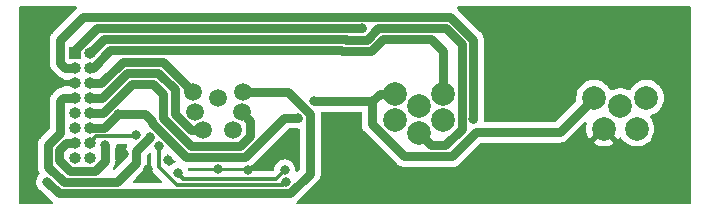
<source format=gbr>
%TF.GenerationSoftware,KiCad,Pcbnew,7.0.10*%
%TF.CreationDate,2025-03-26T19:50:04+01:00*%
%TF.ProjectId,ConnectorInterfaceBoard,436f6e6e-6563-4746-9f72-496e74657266,rev?*%
%TF.SameCoordinates,Original*%
%TF.FileFunction,Copper,L1,Top*%
%TF.FilePolarity,Positive*%
%FSLAX46Y46*%
G04 Gerber Fmt 4.6, Leading zero omitted, Abs format (unit mm)*
G04 Created by KiCad (PCBNEW 7.0.10) date 2025-03-26 19:50:04*
%MOMM*%
%LPD*%
G01*
G04 APERTURE LIST*
%TA.AperFunction,ComponentPad*%
%ADD10R,1.000000X1.000000*%
%TD*%
%TA.AperFunction,ComponentPad*%
%ADD11O,1.000000X1.000000*%
%TD*%
%TA.AperFunction,ComponentPad*%
%ADD12C,1.520000*%
%TD*%
%TA.AperFunction,ComponentPad*%
%ADD13C,2.000000*%
%TD*%
%TA.AperFunction,ViaPad*%
%ADD14C,0.800000*%
%TD*%
%TA.AperFunction,Conductor*%
%ADD15C,0.750000*%
%TD*%
%TA.AperFunction,Conductor*%
%ADD16C,0.300000*%
%TD*%
G04 APERTURE END LIST*
D10*
%TO.P,J4,1,Pin_1*%
%TO.N,Analog0_In*%
X16713200Y-15875000D03*
D11*
%TO.P,J4,2,Pin_2*%
%TO.N,Analog1_In*%
X17983200Y-15875000D03*
%TO.P,J4,3,Pin_3*%
%TO.N,Analog2_In*%
X16713200Y-17145000D03*
%TO.P,J4,4,Pin_4*%
%TO.N,Analog3_In*%
X17983200Y-17145000D03*
%TO.P,J4,5,Pin_5*%
%TO.N,GND*%
X16713200Y-18415000D03*
%TO.P,J4,6,Pin_6*%
%TO.N,GPIO1_out{slash}in*%
X17983200Y-18415000D03*
%TO.P,J4,7,Pin_7*%
%TO.N,GPIO2_out{slash}in*%
X16713200Y-19685000D03*
%TO.P,J4,8,Pin_8*%
%TO.N,GPIO3_out{slash}in*%
X17983200Y-19685000D03*
%TO.P,J4,9,Pin_9*%
%TO.N,GPIO4_out{slash}in*%
X16713200Y-20955000D03*
%TO.P,J4,10,Pin_10*%
%TO.N,GPIO5_out{slash}in*%
X17983200Y-20955000D03*
%TO.P,J4,11,Pin_11*%
%TO.N,GPIO6_out{slash}in*%
X16713200Y-22225000D03*
%TO.P,J4,12,Pin_12*%
%TO.N,+BATT*%
X17983200Y-22225000D03*
%TO.P,J4,13,Pin_13*%
X16713200Y-23495000D03*
%TO.P,J4,14,Pin_14*%
%TO.N,CAN1_P*%
X17983200Y-23495000D03*
%TO.P,J4,15,Pin_15*%
%TO.N,CAN1_N*%
X16713200Y-24765000D03*
%TO.P,J4,16,Pin_16*%
%TO.N,GND*%
X17983200Y-24765000D03*
%TD*%
D12*
%TO.P,J1,1,Pin_1*%
%TO.N,GPIO1_out{slash}in*%
X26695400Y-19177000D03*
%TO.P,J1,2,Pin_2*%
%TO.N,GPIO2_out{slash}in*%
X26847800Y-20878800D03*
%TO.P,J1,3,Pin_3*%
%TO.N,GPIO3_out{slash}in*%
X27559000Y-22453600D03*
%TO.P,J1,4,Pin_4*%
%TO.N,GPIO4_out{slash}in*%
X30099000Y-22453600D03*
%TO.P,J1,5,Pin_5*%
%TO.N,GPIO5_out{slash}in*%
X30810200Y-20878800D03*
%TO.P,J1,6,Pin_6*%
%TO.N,GPIO6_out{slash}in*%
X30962600Y-19177000D03*
%TO.P,J1,7,Pin_7*%
%TO.N,GND*%
X28829000Y-19685000D03*
%TD*%
D13*
%TO.P,J3,1,Pin_1*%
%TO.N,+BATT*%
X60655200Y-19685000D03*
%TO.P,J3,2,Pin_2*%
%TO.N,GND*%
X61468000Y-22301200D03*
%TO.P,J3,3,Pin_3*%
%TO.N,CAN1_N*%
X64262000Y-22301200D03*
%TO.P,J3,4,Pin_4*%
%TO.N,CAN1_P*%
X65074800Y-19685000D03*
%TO.P,J3,5,Pin_5*%
%TO.N,GND*%
X62865000Y-20370800D03*
%TD*%
%TO.P,J2,1,Pin_1*%
%TO.N,+BATT*%
X43764200Y-19354800D03*
%TO.P,J2,2,Pin_2*%
%TO.N,Analog0_In*%
X43764200Y-21615400D03*
%TO.P,J2,3,Pin_3*%
%TO.N,Analog1_In*%
X45821600Y-22707600D03*
%TO.P,J2,4,Pin_4*%
%TO.N,Analog2_In*%
X47879000Y-21615400D03*
%TO.P,J2,5,Pin_5*%
%TO.N,Analog3_In*%
X47879000Y-19354800D03*
%TO.P,J2,6,Pin_6*%
%TO.N,GND*%
X45821600Y-20396200D03*
%TD*%
D14*
%TO.N,GPIO2_out{slash}in*%
X23065310Y-23036006D03*
%TO.N,GPIO6_out{slash}in*%
X14332046Y-26813404D03*
%TO.N,GND*%
X20828000Y-24485600D03*
X22910800Y-25755600D03*
X14579600Y-18389600D03*
X24587200Y-24993600D03*
X28803600Y-25755600D03*
X31343600Y-25806400D03*
%TO.N,+BATT*%
X19259567Y-23711600D03*
X35602270Y-21385530D03*
X20332926Y-21094920D03*
X36961521Y-19987062D03*
%TO.N,Analog0_In*%
X40995600Y-13802000D03*
%TO.N,Analog2_In*%
X50429000Y-21463000D03*
%TO.N,CAN1_N*%
X25400000Y-26084000D03*
X34463181Y-25815581D03*
%TO.N,CAN1_P*%
X34540370Y-26812600D03*
X23814451Y-23785148D03*
X21862545Y-22859911D03*
%TD*%
D15*
%TO.N,GPIO1_out{slash}in*%
X26675767Y-19177000D02*
X26695400Y-19177000D01*
X18946982Y-18415000D02*
X20734982Y-16627000D01*
X20734982Y-16627000D02*
X24125767Y-16627000D01*
X17983200Y-18415000D02*
X18946982Y-18415000D01*
X24125767Y-16627000D02*
X26675767Y-19177000D01*
%TO.N,GPIO2_out{slash}in*%
X15443200Y-19964400D02*
X15722600Y-19685000D01*
X23065310Y-23036006D02*
X21894800Y-24206516D01*
X14442400Y-25544898D02*
X14442400Y-23685698D01*
X15735102Y-26837600D02*
X14442400Y-25544898D01*
X15443200Y-22684898D02*
X15443200Y-19964400D01*
X21894800Y-24206516D02*
X21894800Y-25196800D01*
X14442400Y-23685698D02*
X15443200Y-22684898D01*
X21894800Y-25196800D02*
X20254000Y-26837600D01*
X20254000Y-26837600D02*
X15735102Y-26837600D01*
X15722600Y-19685000D02*
X16713200Y-19685000D01*
%TO.N,GPIO3_out{slash}in*%
X17983200Y-19685000D02*
X19020484Y-19685000D01*
X25146000Y-18990735D02*
X25146000Y-21050833D01*
X25146000Y-21050833D02*
X26548767Y-22453600D01*
X19020484Y-19685000D02*
X21128484Y-17577000D01*
X26548767Y-22453600D02*
X27559000Y-22453600D01*
X23732265Y-17577000D02*
X25146000Y-18990735D01*
X21128484Y-17577000D02*
X23732265Y-17577000D01*
%TO.N,GPIO5_out{slash}in*%
X17983200Y-20955000D02*
X19093986Y-20955000D01*
X24196000Y-19384237D02*
X24196000Y-21444335D01*
X23338763Y-18527000D02*
X24196000Y-19384237D01*
X31560200Y-22922800D02*
X31560200Y-21628800D01*
X24196000Y-21444335D02*
X26530265Y-23778600D01*
X26530265Y-23778600D02*
X30704400Y-23778600D01*
X30704400Y-23778600D02*
X31560200Y-22922800D01*
X21521986Y-18527000D02*
X23338763Y-18527000D01*
X19093986Y-20955000D02*
X21521986Y-18527000D01*
X31560200Y-21628800D02*
X30810200Y-20878800D01*
%TO.N,GPIO6_out{slash}in*%
X34772600Y-19177000D02*
X30962600Y-19177000D01*
X36626800Y-26111200D02*
X36626800Y-21031200D01*
X15341600Y-27787600D02*
X34950400Y-27787600D01*
X36626800Y-21031200D02*
X34772600Y-19177000D01*
X14332046Y-26813404D02*
X14367404Y-26813404D01*
X14367404Y-26813404D02*
X15341600Y-27787600D01*
X34950400Y-27787600D02*
X36626800Y-26111200D01*
%TO.N,+BATT*%
X20332926Y-21094920D02*
X22669720Y-21094920D01*
X20332926Y-21094920D02*
X19202846Y-22225000D01*
X23246000Y-21671200D02*
X23246000Y-21837837D01*
X34440972Y-21385530D02*
X35602270Y-21385530D01*
X19259567Y-23711600D02*
X19259567Y-25008913D01*
X50698400Y-22606000D02*
X57734200Y-22606000D01*
X41859200Y-20015200D02*
X41859200Y-21937787D01*
X41831062Y-19987062D02*
X41859200Y-20015200D01*
X23246000Y-21837837D02*
X26136763Y-24728600D01*
X22669720Y-21094920D02*
X23246000Y-21671200D01*
X44579013Y-24657600D02*
X48646800Y-24657600D01*
X16306800Y-25887600D02*
X15392400Y-24973200D01*
X15976600Y-23495000D02*
X16713200Y-23495000D01*
X31097902Y-24728600D02*
X34440972Y-21385530D01*
X36961521Y-19987062D02*
X41831062Y-19987062D01*
X48646800Y-24657600D02*
X50698400Y-22606000D01*
X18380880Y-25887600D02*
X16306800Y-25887600D01*
X19202846Y-22225000D02*
X17983200Y-22225000D01*
X41859200Y-21937787D02*
X44579013Y-24657600D01*
X57734200Y-22606000D02*
X60655200Y-19685000D01*
X19259567Y-25008913D02*
X18380880Y-25887600D01*
X15392400Y-24079200D02*
X15976600Y-23495000D01*
X15392400Y-24973200D02*
X15392400Y-24079200D01*
X42491462Y-19354800D02*
X41859200Y-19987062D01*
X26136763Y-24728600D02*
X31097902Y-24728600D01*
X41859200Y-19987062D02*
X41859200Y-20015200D01*
X43764200Y-19354800D02*
X42491462Y-19354800D01*
%TO.N,Analog0_In*%
X18560920Y-13777000D02*
X16713200Y-15624720D01*
X16713200Y-15624720D02*
X16713200Y-15875000D01*
X40995600Y-13802000D02*
X40970600Y-13777000D01*
X40970600Y-13777000D02*
X18560920Y-13777000D01*
%TO.N,Analog1_In*%
X39681498Y-14777000D02*
X41399459Y-14777000D01*
X17983200Y-15875000D02*
X19131200Y-14727000D01*
X48047400Y-23707600D02*
X46821600Y-23707600D01*
X39631498Y-14727000D02*
X39681498Y-14777000D01*
X42399459Y-13777000D02*
X48095098Y-13777000D01*
X48095098Y-13777000D02*
X49454000Y-15135902D01*
X41399459Y-14777000D02*
X42399459Y-13777000D01*
X49454000Y-22301000D02*
X48047400Y-23707600D01*
X19131200Y-14727000D02*
X39631498Y-14727000D01*
X49454000Y-15135902D02*
X49454000Y-22301000D01*
X46821600Y-23707600D02*
X45821600Y-22707600D01*
%TO.N,Analog2_In*%
X50429000Y-14767400D02*
X50429000Y-21463000D01*
X15443200Y-16755000D02*
X15443200Y-14795500D01*
X48488600Y-12827000D02*
X50429000Y-14767400D01*
X17411700Y-12827000D02*
X48488600Y-12827000D01*
X15833200Y-17145000D02*
X15443200Y-16755000D01*
X16713200Y-17145000D02*
X15833200Y-17145000D01*
X15443200Y-14795500D02*
X17411700Y-12827000D01*
%TO.N,Analog3_In*%
X46883400Y-14727000D02*
X47879000Y-15722600D01*
X19701480Y-15677000D02*
X39237995Y-15677000D01*
X47879000Y-15722600D02*
X47879000Y-19354800D01*
X41792961Y-15727000D02*
X42792961Y-14727000D01*
X39287995Y-15727000D02*
X41792961Y-15727000D01*
X17983200Y-17145000D02*
X18233480Y-17145000D01*
X18233480Y-17145000D02*
X19701480Y-15677000D01*
X39237995Y-15677000D02*
X39287995Y-15727000D01*
X42792961Y-14727000D02*
X46883400Y-14727000D01*
D16*
%TO.N,CAN1_N*%
X25878600Y-26562600D02*
X25400000Y-26084000D01*
X33716162Y-26562600D02*
X25878600Y-26562600D01*
X34463181Y-25815581D02*
X33716162Y-26562600D01*
%TO.N,CAN1_P*%
X23814451Y-23785148D02*
X23814451Y-25559112D01*
X25317939Y-27062600D02*
X34290370Y-27062600D01*
X34290370Y-27062600D02*
X34540370Y-26812600D01*
X18516600Y-22961600D02*
X17983200Y-23495000D01*
X21760856Y-22961600D02*
X18516600Y-22961600D01*
X23814451Y-25559112D02*
X25317939Y-27062600D01*
X21862545Y-22859911D02*
X21760856Y-22961600D01*
%TD*%
%TA.AperFunction,Conductor*%
%TO.N,GND*%
G36*
X16829733Y-11958185D02*
G01*
X16875488Y-12010989D01*
X16885432Y-12080147D01*
X16856407Y-12143703D01*
X16850373Y-12150183D01*
X16802193Y-12198361D01*
X16799790Y-12200701D01*
X16740492Y-12256872D01*
X16740381Y-12257036D01*
X16725437Y-12275117D01*
X14852853Y-14147701D01*
X14845450Y-14154526D01*
X14803841Y-14189870D01*
X14754403Y-14254905D01*
X14752335Y-14257550D01*
X14701170Y-14321201D01*
X14701168Y-14321204D01*
X14701079Y-14321385D01*
X14688729Y-14341296D01*
X14688600Y-14341464D01*
X14688600Y-14341465D01*
X14654293Y-14415617D01*
X14652844Y-14418641D01*
X14616558Y-14491808D01*
X14616554Y-14491819D01*
X14616509Y-14492003D01*
X14608727Y-14514109D01*
X14608641Y-14514294D01*
X14608635Y-14514310D01*
X14591072Y-14594095D01*
X14590307Y-14597360D01*
X14570599Y-14676611D01*
X14570594Y-14676810D01*
X14567745Y-14700075D01*
X14567700Y-14700278D01*
X14567700Y-14781962D01*
X14567655Y-14785320D01*
X14565443Y-14866972D01*
X14565478Y-14867155D01*
X14567700Y-14890523D01*
X14567700Y-16714378D01*
X14567291Y-16724442D01*
X14562860Y-16778845D01*
X14573888Y-16859790D01*
X14574296Y-16863120D01*
X14583127Y-16944316D01*
X14583129Y-16944327D01*
X14583190Y-16944506D01*
X14588540Y-16967331D01*
X14588566Y-16967525D01*
X14588569Y-16967537D01*
X14616740Y-17044219D01*
X14617855Y-17047385D01*
X14643931Y-17124776D01*
X14643934Y-17124782D01*
X14644032Y-17124945D01*
X14654169Y-17146099D01*
X14654236Y-17146283D01*
X14654240Y-17146290D01*
X14698246Y-17215139D01*
X14700015Y-17217990D01*
X14742112Y-17287955D01*
X14742242Y-17288092D01*
X14756692Y-17306575D01*
X14756800Y-17306744D01*
X14814595Y-17364539D01*
X14816902Y-17366910D01*
X14873066Y-17426203D01*
X14873068Y-17426204D01*
X14873071Y-17426207D01*
X14873228Y-17426314D01*
X14891321Y-17441265D01*
X15185399Y-17735343D01*
X15192226Y-17742749D01*
X15227561Y-17784350D01*
X15227568Y-17784355D01*
X15227569Y-17784357D01*
X15292628Y-17833813D01*
X15295212Y-17835832D01*
X15318186Y-17854300D01*
X15358902Y-17887030D01*
X15359072Y-17887114D01*
X15379014Y-17899483D01*
X15379171Y-17899602D01*
X15453343Y-17933917D01*
X15456320Y-17935344D01*
X15529507Y-17971641D01*
X15529683Y-17971684D01*
X15551826Y-17979480D01*
X15552003Y-17979562D01*
X15552006Y-17979563D01*
X15605312Y-17991296D01*
X15631773Y-17997120D01*
X15635022Y-17997881D01*
X15656925Y-18003328D01*
X15717231Y-18038610D01*
X15748890Y-18100895D01*
X15745659Y-18159657D01*
X15744038Y-18164998D01*
X15744040Y-18165000D01*
X16498717Y-18165000D01*
X16427399Y-18249993D01*
X16388200Y-18357694D01*
X16388200Y-18472306D01*
X16427399Y-18580007D01*
X16498717Y-18665000D01*
X15744040Y-18665000D01*
X15740830Y-18669326D01*
X15741317Y-18723839D01*
X15704069Y-18782951D01*
X15640775Y-18812542D01*
X15638774Y-18812832D01*
X15617814Y-18815688D01*
X15614481Y-18816096D01*
X15533280Y-18824927D01*
X15533090Y-18824992D01*
X15510265Y-18830341D01*
X15510069Y-18830367D01*
X15510063Y-18830368D01*
X15510063Y-18830369D01*
X15487167Y-18838780D01*
X15433378Y-18858541D01*
X15430214Y-18859654D01*
X15352826Y-18885730D01*
X15352817Y-18885734D01*
X15352640Y-18885841D01*
X15331511Y-18895965D01*
X15331313Y-18896037D01*
X15262492Y-18940026D01*
X15259642Y-18941794D01*
X15189646Y-18983910D01*
X15189641Y-18983914D01*
X15189490Y-18984058D01*
X15171036Y-18998485D01*
X15170860Y-18998597D01*
X15170855Y-18998601D01*
X15113094Y-19056361D01*
X15110690Y-19058701D01*
X15070991Y-19096307D01*
X15051392Y-19114872D01*
X15051281Y-19115036D01*
X15036337Y-19133117D01*
X14852853Y-19316601D01*
X14845450Y-19323426D01*
X14803841Y-19358770D01*
X14754403Y-19423805D01*
X14752335Y-19426450D01*
X14701170Y-19490101D01*
X14701168Y-19490104D01*
X14701079Y-19490285D01*
X14688729Y-19510196D01*
X14688600Y-19510364D01*
X14688600Y-19510365D01*
X14654293Y-19584517D01*
X14652844Y-19587541D01*
X14616558Y-19660708D01*
X14616554Y-19660719D01*
X14616509Y-19660903D01*
X14608727Y-19683009D01*
X14608641Y-19683194D01*
X14608635Y-19683210D01*
X14591072Y-19762995D01*
X14590307Y-19766260D01*
X14570599Y-19845511D01*
X14570594Y-19845710D01*
X14567745Y-19868975D01*
X14567700Y-19869178D01*
X14567700Y-19950862D01*
X14567655Y-19954220D01*
X14565443Y-20035872D01*
X14565478Y-20036055D01*
X14567700Y-20059423D01*
X14567700Y-22270891D01*
X14548015Y-22337930D01*
X14531381Y-22358572D01*
X13852053Y-23037899D01*
X13844650Y-23044724D01*
X13803041Y-23080068D01*
X13753603Y-23145103D01*
X13751535Y-23147748D01*
X13700370Y-23211399D01*
X13700368Y-23211402D01*
X13700279Y-23211583D01*
X13687929Y-23231494D01*
X13687800Y-23231662D01*
X13687800Y-23231663D01*
X13653493Y-23305815D01*
X13652044Y-23308839D01*
X13615758Y-23382006D01*
X13615754Y-23382017D01*
X13615709Y-23382201D01*
X13607927Y-23404307D01*
X13607841Y-23404492D01*
X13607835Y-23404508D01*
X13590272Y-23484293D01*
X13589507Y-23487558D01*
X13569799Y-23566809D01*
X13569794Y-23567008D01*
X13566945Y-23590273D01*
X13566900Y-23590476D01*
X13566900Y-23672160D01*
X13566855Y-23675518D01*
X13564643Y-23757170D01*
X13564678Y-23757353D01*
X13566900Y-23780721D01*
X13566900Y-25504276D01*
X13566491Y-25514340D01*
X13562060Y-25568743D01*
X13573088Y-25649688D01*
X13573496Y-25653018D01*
X13582327Y-25734214D01*
X13582329Y-25734225D01*
X13582390Y-25734404D01*
X13587740Y-25757229D01*
X13587766Y-25757423D01*
X13587769Y-25757435D01*
X13615940Y-25834117D01*
X13617055Y-25837283D01*
X13643131Y-25914674D01*
X13643134Y-25914680D01*
X13643232Y-25914843D01*
X13653369Y-25935997D01*
X13653436Y-25936181D01*
X13653440Y-25936188D01*
X13697446Y-26005037D01*
X13699214Y-26007887D01*
X13710513Y-26026665D01*
X13728210Y-26094256D01*
X13706555Y-26160685D01*
X13696414Y-26173568D01*
X13599512Y-26281189D01*
X13504867Y-26445119D01*
X13504864Y-26445126D01*
X13462742Y-26574766D01*
X13446372Y-26625148D01*
X13426586Y-26813404D01*
X13446372Y-27001660D01*
X13446373Y-27001663D01*
X13504864Y-27181681D01*
X13504867Y-27181688D01*
X13599513Y-27345620D01*
X13726175Y-27486292D01*
X13879311Y-27597552D01*
X13879316Y-27597555D01*
X13919780Y-27615571D01*
X13957025Y-27641169D01*
X14693799Y-28377943D01*
X14700626Y-28385349D01*
X14735961Y-28426950D01*
X14735968Y-28426955D01*
X14735969Y-28426957D01*
X14801028Y-28476413D01*
X14803620Y-28478439D01*
X14806124Y-28480452D01*
X14806634Y-28480862D01*
X14846546Y-28538210D01*
X14849117Y-28608033D01*
X14813532Y-28668161D01*
X14751087Y-28699505D01*
X14728935Y-28701500D01*
X12062500Y-28701500D01*
X11995461Y-28681815D01*
X11949706Y-28629011D01*
X11938500Y-28577500D01*
X11938500Y-12062500D01*
X11958185Y-11995461D01*
X12010989Y-11949706D01*
X12062500Y-11938500D01*
X16762694Y-11938500D01*
X16829733Y-11958185D01*
G37*
%TD.AperFunction*%
%TA.AperFunction,Conductor*%
G36*
X68776539Y-11958185D02*
G01*
X68822294Y-12010989D01*
X68833500Y-12062500D01*
X68833500Y-28577500D01*
X68813815Y-28644539D01*
X68761011Y-28690294D01*
X68709500Y-28701500D01*
X35570460Y-28701500D01*
X35503421Y-28681815D01*
X35457666Y-28629011D01*
X35447722Y-28559853D01*
X35476747Y-28496297D01*
X35497217Y-28478604D01*
X35496903Y-28478213D01*
X35502136Y-28474004D01*
X35502144Y-28474000D01*
X35559938Y-28416204D01*
X35562233Y-28413969D01*
X35621607Y-28357729D01*
X35621706Y-28357583D01*
X35636664Y-28339478D01*
X37217160Y-26758982D01*
X37224540Y-26752179D01*
X37266157Y-26716831D01*
X37315641Y-26651733D01*
X37317663Y-26649149D01*
X37368830Y-26585497D01*
X37368909Y-26585338D01*
X37381289Y-26565377D01*
X37381402Y-26565229D01*
X37415705Y-26491083D01*
X37417131Y-26488103D01*
X37453441Y-26414893D01*
X37453485Y-26414714D01*
X37461284Y-26392563D01*
X37461362Y-26392397D01*
X37478927Y-26312597D01*
X37479694Y-26309325D01*
X37499399Y-26230092D01*
X37499400Y-26230089D01*
X37499404Y-26229915D01*
X37502261Y-26206591D01*
X37502300Y-26206416D01*
X37502300Y-26124736D01*
X37502345Y-26121378D01*
X37503015Y-26096642D01*
X37504557Y-26039727D01*
X37504520Y-26039534D01*
X37502300Y-26016175D01*
X37502300Y-21071829D01*
X37502709Y-21061764D01*
X37506265Y-21018103D01*
X37507140Y-21007352D01*
X37506588Y-21003298D01*
X37506962Y-21000820D01*
X37506958Y-21000639D01*
X37506990Y-21000638D01*
X37517044Y-20934215D01*
X37563189Y-20881752D01*
X37629453Y-20862562D01*
X40859700Y-20862562D01*
X40926739Y-20882247D01*
X40972494Y-20935051D01*
X40983700Y-20986562D01*
X40983700Y-21897165D01*
X40983291Y-21907229D01*
X40978860Y-21961632D01*
X40989888Y-22042577D01*
X40990296Y-22045907D01*
X40999127Y-22127103D01*
X40999129Y-22127114D01*
X40999190Y-22127293D01*
X41004540Y-22150118D01*
X41004566Y-22150312D01*
X41004569Y-22150324D01*
X41032740Y-22227006D01*
X41033855Y-22230172D01*
X41059931Y-22307563D01*
X41059934Y-22307569D01*
X41060032Y-22307732D01*
X41070169Y-22328886D01*
X41070236Y-22329070D01*
X41070240Y-22329077D01*
X41114246Y-22397926D01*
X41116015Y-22400777D01*
X41158112Y-22470742D01*
X41158242Y-22470879D01*
X41172692Y-22489362D01*
X41172800Y-22489531D01*
X41230595Y-22547326D01*
X41232902Y-22549697D01*
X41289066Y-22608990D01*
X41289068Y-22608991D01*
X41289071Y-22608994D01*
X41289228Y-22609101D01*
X41307321Y-22624052D01*
X43931212Y-25247943D01*
X43938039Y-25255349D01*
X43973374Y-25296950D01*
X43973381Y-25296955D01*
X43973382Y-25296957D01*
X44038441Y-25346413D01*
X44041025Y-25348432D01*
X44051984Y-25357242D01*
X44104715Y-25399630D01*
X44104885Y-25399714D01*
X44124827Y-25412083D01*
X44124984Y-25412202D01*
X44199156Y-25446517D01*
X44202133Y-25447944D01*
X44275320Y-25484241D01*
X44275496Y-25484284D01*
X44297639Y-25492080D01*
X44297816Y-25492162D01*
X44297819Y-25492163D01*
X44351125Y-25503896D01*
X44377586Y-25509720D01*
X44380835Y-25510481D01*
X44460123Y-25530200D01*
X44460296Y-25530204D01*
X44483615Y-25533060D01*
X44483797Y-25533100D01*
X44565475Y-25533100D01*
X44568833Y-25533145D01*
X44650486Y-25535357D01*
X44650668Y-25535321D01*
X44674036Y-25533100D01*
X48606179Y-25533100D01*
X48616242Y-25533508D01*
X48670648Y-25537939D01*
X48751606Y-25526907D01*
X48754923Y-25526502D01*
X48836116Y-25517673D01*
X48836281Y-25517617D01*
X48859157Y-25512255D01*
X48859337Y-25512231D01*
X48936060Y-25484042D01*
X48939106Y-25482969D01*
X49016580Y-25456867D01*
X49016728Y-25456778D01*
X49037916Y-25446624D01*
X49038088Y-25446561D01*
X49106950Y-25402544D01*
X49109751Y-25400807D01*
X49179754Y-25358689D01*
X49179883Y-25358566D01*
X49198397Y-25344094D01*
X49198402Y-25344090D01*
X49198544Y-25344000D01*
X49256338Y-25286204D01*
X49258633Y-25283969D01*
X49318007Y-25227729D01*
X49318106Y-25227583D01*
X49333064Y-25209478D01*
X51024725Y-23517819D01*
X51086048Y-23484334D01*
X51112406Y-23481500D01*
X57693579Y-23481500D01*
X57703642Y-23481908D01*
X57758048Y-23486339D01*
X57839006Y-23475307D01*
X57842323Y-23474902D01*
X57923516Y-23466073D01*
X57923681Y-23466017D01*
X57946557Y-23460655D01*
X57946737Y-23460631D01*
X58023460Y-23432442D01*
X58026506Y-23431369D01*
X58103980Y-23405267D01*
X58104128Y-23405178D01*
X58125316Y-23395024D01*
X58125488Y-23394961D01*
X58194350Y-23350944D01*
X58197151Y-23349207D01*
X58267154Y-23307089D01*
X58267283Y-23306966D01*
X58285797Y-23292494D01*
X58285802Y-23292490D01*
X58285944Y-23292400D01*
X58343738Y-23234604D01*
X58346033Y-23232369D01*
X58405407Y-23176129D01*
X58405506Y-23175983D01*
X58420464Y-23157878D01*
X59820433Y-21757909D01*
X59881754Y-21724426D01*
X59951446Y-21729410D01*
X60007379Y-21771282D01*
X60031796Y-21836746D01*
X60028318Y-21876032D01*
X59983387Y-22053458D01*
X59983385Y-22053470D01*
X59962859Y-22301194D01*
X59962859Y-22301205D01*
X59983385Y-22548929D01*
X59983387Y-22548938D01*
X60044412Y-22789917D01*
X60144266Y-23017564D01*
X60244564Y-23171082D01*
X60751338Y-22664307D01*
X60838577Y-22803148D01*
X60966052Y-22930623D01*
X61104891Y-23017861D01*
X60597942Y-23524809D01*
X60644768Y-23561255D01*
X60644770Y-23561256D01*
X60863385Y-23679564D01*
X60863396Y-23679569D01*
X61098506Y-23760283D01*
X61343707Y-23801200D01*
X61592293Y-23801200D01*
X61837493Y-23760283D01*
X62072603Y-23679569D01*
X62072614Y-23679564D01*
X62291228Y-23561257D01*
X62291231Y-23561255D01*
X62338056Y-23524809D01*
X61831108Y-23017861D01*
X61969948Y-22930623D01*
X62097423Y-22803148D01*
X62184661Y-22664309D01*
X62691434Y-23171082D01*
X62760893Y-23064770D01*
X62814039Y-23019413D01*
X62883271Y-23009990D01*
X62946606Y-23039492D01*
X62968510Y-23064771D01*
X63073833Y-23225982D01*
X63080705Y-23233447D01*
X63242256Y-23408938D01*
X63438491Y-23561674D01*
X63491724Y-23590482D01*
X63656332Y-23679564D01*
X63657190Y-23680028D01*
X63868256Y-23752487D01*
X63890964Y-23760283D01*
X63892386Y-23760771D01*
X64137665Y-23801700D01*
X64386335Y-23801700D01*
X64631614Y-23760771D01*
X64866810Y-23680028D01*
X65085509Y-23561674D01*
X65281744Y-23408938D01*
X65450164Y-23225985D01*
X65586173Y-23017807D01*
X65686063Y-22790081D01*
X65747108Y-22549021D01*
X65747252Y-22547289D01*
X65767643Y-22301205D01*
X65767643Y-22301194D01*
X65747109Y-22053387D01*
X65747107Y-22053375D01*
X65686063Y-21812318D01*
X65586173Y-21584593D01*
X65450166Y-21376417D01*
X65415153Y-21338383D01*
X65384231Y-21275728D01*
X65392091Y-21206302D01*
X65436239Y-21152147D01*
X65466121Y-21137119D01*
X65679599Y-21063832D01*
X65679602Y-21063830D01*
X65679610Y-21063828D01*
X65898309Y-20945474D01*
X66094544Y-20792738D01*
X66262964Y-20609785D01*
X66398973Y-20401607D01*
X66498863Y-20173881D01*
X66559908Y-19932821D01*
X66565182Y-19869178D01*
X66580443Y-19685005D01*
X66580443Y-19684994D01*
X66559909Y-19437187D01*
X66559907Y-19437175D01*
X66498863Y-19196118D01*
X66398973Y-18968393D01*
X66262966Y-18760217D01*
X66230649Y-18725112D01*
X66094544Y-18577262D01*
X65898309Y-18424526D01*
X65898307Y-18424525D01*
X65898306Y-18424524D01*
X65679611Y-18306172D01*
X65679602Y-18306169D01*
X65444416Y-18225429D01*
X65199135Y-18184500D01*
X64950465Y-18184500D01*
X64705183Y-18225429D01*
X64469997Y-18306169D01*
X64469988Y-18306172D01*
X64251293Y-18424524D01*
X64055057Y-18577261D01*
X63886633Y-18760217D01*
X63750625Y-18968395D01*
X63742300Y-18987373D01*
X63697342Y-19040858D01*
X63630605Y-19061545D01*
X63569729Y-19046614D01*
X63469614Y-18992435D01*
X63469603Y-18992430D01*
X63234493Y-18911716D01*
X62989293Y-18870800D01*
X62740707Y-18870800D01*
X62495506Y-18911716D01*
X62260396Y-18992430D01*
X62260384Y-18992435D01*
X62160270Y-19046614D01*
X62091941Y-19061209D01*
X62026569Y-19036546D01*
X61987697Y-18987369D01*
X61979373Y-18968393D01*
X61843366Y-18760217D01*
X61811049Y-18725112D01*
X61674944Y-18577262D01*
X61478709Y-18424526D01*
X61478707Y-18424525D01*
X61478706Y-18424524D01*
X61260011Y-18306172D01*
X61260002Y-18306169D01*
X61024816Y-18225429D01*
X60779535Y-18184500D01*
X60530865Y-18184500D01*
X60285583Y-18225429D01*
X60050397Y-18306169D01*
X60050388Y-18306172D01*
X59831693Y-18424524D01*
X59635457Y-18577261D01*
X59467033Y-18760217D01*
X59331026Y-18968393D01*
X59231136Y-19196118D01*
X59170092Y-19437175D01*
X59170090Y-19437187D01*
X59149705Y-19683210D01*
X59149557Y-19685000D01*
X59162857Y-19845511D01*
X59165280Y-19874750D01*
X59151198Y-19943185D01*
X59129384Y-19972670D01*
X57407875Y-21694181D01*
X57346552Y-21727666D01*
X57320194Y-21730500D01*
X51444061Y-21730500D01*
X51377022Y-21710815D01*
X51331267Y-21658011D01*
X51320740Y-21593539D01*
X51322598Y-21575864D01*
X51334460Y-21463000D01*
X51314674Y-21274744D01*
X51310567Y-21262105D01*
X51304500Y-21223792D01*
X51304500Y-14808021D01*
X51304909Y-14797957D01*
X51306211Y-14781962D01*
X51309339Y-14743552D01*
X51298309Y-14662601D01*
X51297901Y-14659266D01*
X51289073Y-14578084D01*
X51289014Y-14577909D01*
X51283656Y-14555049D01*
X51283631Y-14554863D01*
X51255462Y-14478190D01*
X51254346Y-14475020D01*
X51228269Y-14397623D01*
X51228266Y-14397618D01*
X51228172Y-14397461D01*
X51218025Y-14376287D01*
X51217960Y-14376110D01*
X51173959Y-14307271D01*
X51172188Y-14304416D01*
X51130091Y-14234449D01*
X51130090Y-14234448D01*
X51130089Y-14234446D01*
X51129955Y-14234304D01*
X51115504Y-14215819D01*
X51115400Y-14215656D01*
X51057658Y-14157914D01*
X51055316Y-14155509D01*
X51047920Y-14147701D01*
X50999129Y-14096193D01*
X50998970Y-14096085D01*
X50980877Y-14081133D01*
X49136393Y-12236649D01*
X49129579Y-12229258D01*
X49094231Y-12187643D01*
X49059467Y-12161216D01*
X49018009Y-12104975D01*
X49013540Y-12035248D01*
X49047477Y-11974174D01*
X49109045Y-11941142D01*
X49134508Y-11938500D01*
X68709500Y-11938500D01*
X68776539Y-11958185D01*
G37*
%TD.AperFunction*%
%TA.AperFunction,Conductor*%
G36*
X23083285Y-24358688D02*
G01*
X23139218Y-24400560D01*
X23163635Y-24466024D01*
X23163951Y-24474870D01*
X23163951Y-25473606D01*
X23162183Y-25489617D01*
X23162425Y-25489640D01*
X23161691Y-25497406D01*
X23163890Y-25567374D01*
X23163951Y-25571269D01*
X23163951Y-25600032D01*
X23163952Y-25600050D01*
X23164504Y-25604423D01*
X23165419Y-25616053D01*
X23166853Y-25661679D01*
X23166854Y-25661682D01*
X23172774Y-25682060D01*
X23176719Y-25701108D01*
X23179379Y-25722166D01*
X23179382Y-25722177D01*
X23196188Y-25764626D01*
X23199971Y-25775675D01*
X23212705Y-25819507D01*
X23212706Y-25819509D01*
X23223511Y-25837778D01*
X23232068Y-25855246D01*
X23237677Y-25869412D01*
X23239883Y-25874984D01*
X23266717Y-25911918D01*
X23273129Y-25921680D01*
X23296370Y-25960977D01*
X23296374Y-25960981D01*
X23311376Y-25975983D01*
X23324014Y-25990781D01*
X23336484Y-26007945D01*
X23336487Y-26007949D01*
X23371664Y-26037049D01*
X23380305Y-26044912D01*
X24035812Y-26700419D01*
X24069297Y-26761742D01*
X24064313Y-26831434D01*
X24022441Y-26887367D01*
X23956977Y-26911784D01*
X23948131Y-26912100D01*
X21717006Y-26912100D01*
X21649967Y-26892415D01*
X21604212Y-26839611D01*
X21594268Y-26770453D01*
X21623293Y-26706897D01*
X21629325Y-26700419D01*
X21841693Y-26488051D01*
X22485160Y-25844582D01*
X22492542Y-25837778D01*
X22534157Y-25802431D01*
X22583641Y-25737333D01*
X22585663Y-25734749D01*
X22636830Y-25671097D01*
X22636909Y-25670938D01*
X22649289Y-25650977D01*
X22649402Y-25650829D01*
X22660278Y-25627322D01*
X22683705Y-25576683D01*
X22685131Y-25573703D01*
X22721441Y-25500493D01*
X22721485Y-25500314D01*
X22729284Y-25478163D01*
X22729362Y-25477997D01*
X22730338Y-25473566D01*
X22746927Y-25398197D01*
X22747694Y-25394925D01*
X22759251Y-25348454D01*
X22767400Y-25315689D01*
X22767404Y-25315515D01*
X22770261Y-25292191D01*
X22770300Y-25292016D01*
X22770300Y-25210310D01*
X22770345Y-25206978D01*
X22772035Y-25144583D01*
X22772557Y-25125327D01*
X22772520Y-25125134D01*
X22770300Y-25101775D01*
X22770300Y-24620521D01*
X22789985Y-24553482D01*
X22806615Y-24532844D01*
X22952270Y-24387188D01*
X23013593Y-24353704D01*
X23083285Y-24358688D01*
G37*
%TD.AperFunction*%
%TA.AperFunction,Conductor*%
G36*
X35402756Y-22263739D02*
G01*
X35507624Y-22286030D01*
X35507625Y-22286030D01*
X35627300Y-22286030D01*
X35694339Y-22305715D01*
X35740094Y-22358519D01*
X35751300Y-22410030D01*
X35751300Y-25697193D01*
X35731615Y-25764232D01*
X35714981Y-25784874D01*
X35579174Y-25920681D01*
X35517851Y-25954166D01*
X35448159Y-25949182D01*
X35392226Y-25907310D01*
X35367809Y-25841846D01*
X35368171Y-25820044D01*
X35368641Y-25815581D01*
X35348855Y-25627325D01*
X35290360Y-25447297D01*
X35195714Y-25283365D01*
X35069052Y-25142693D01*
X35069051Y-25142692D01*
X34915915Y-25031432D01*
X34915910Y-25031429D01*
X34742988Y-24954438D01*
X34742983Y-24954436D01*
X34597182Y-24923446D01*
X34557827Y-24915081D01*
X34368535Y-24915081D01*
X34336078Y-24921979D01*
X34183378Y-24954436D01*
X34183373Y-24954438D01*
X34010451Y-25031429D01*
X34010446Y-25031432D01*
X33857310Y-25142692D01*
X33730647Y-25283366D01*
X33636002Y-25447296D01*
X33635999Y-25447303D01*
X33577508Y-25627320D01*
X33577507Y-25627322D01*
X33564012Y-25755723D01*
X33537427Y-25820338D01*
X33528373Y-25830441D01*
X33483035Y-25875780D01*
X33421712Y-25909266D01*
X33395353Y-25912100D01*
X26381080Y-25912100D01*
X26314041Y-25892415D01*
X26268286Y-25839611D01*
X26263149Y-25826420D01*
X26260904Y-25819510D01*
X26243652Y-25766417D01*
X26241657Y-25696578D01*
X26277737Y-25636745D01*
X26340438Y-25605916D01*
X26361584Y-25604100D01*
X31057281Y-25604100D01*
X31067344Y-25604508D01*
X31121750Y-25608939D01*
X31202708Y-25597907D01*
X31206025Y-25597502D01*
X31287218Y-25588673D01*
X31287383Y-25588617D01*
X31310259Y-25583255D01*
X31310439Y-25583231D01*
X31387162Y-25555042D01*
X31390208Y-25553969D01*
X31467682Y-25527867D01*
X31467830Y-25527778D01*
X31489018Y-25517624D01*
X31489190Y-25517561D01*
X31558052Y-25473544D01*
X31560853Y-25471807D01*
X31630856Y-25429689D01*
X31630985Y-25429566D01*
X31649499Y-25415094D01*
X31649504Y-25415090D01*
X31649646Y-25415000D01*
X31707440Y-25357204D01*
X31709735Y-25354969D01*
X31769109Y-25298729D01*
X31769208Y-25298583D01*
X31784166Y-25280478D01*
X34767297Y-22297349D01*
X34828620Y-22263864D01*
X34854978Y-22261030D01*
X35376976Y-22261030D01*
X35402756Y-22263739D01*
G37*
%TD.AperFunction*%
%TA.AperFunction,Conductor*%
G36*
X21078190Y-23631785D02*
G01*
X21123945Y-23684589D01*
X21133889Y-23753747D01*
X21123689Y-23788169D01*
X21105892Y-23826634D01*
X21104444Y-23829657D01*
X21068158Y-23902824D01*
X21068154Y-23902835D01*
X21068109Y-23903019D01*
X21060327Y-23925125D01*
X21060241Y-23925310D01*
X21060235Y-23925326D01*
X21042672Y-24005111D01*
X21041907Y-24008376D01*
X21022199Y-24087627D01*
X21022194Y-24087826D01*
X21019345Y-24111091D01*
X21019300Y-24111294D01*
X21019300Y-24192978D01*
X21019255Y-24196336D01*
X21017043Y-24277988D01*
X21017078Y-24278171D01*
X21019300Y-24301539D01*
X21019300Y-24782794D01*
X20999615Y-24849833D01*
X20982981Y-24870475D01*
X20114260Y-25739195D01*
X20052937Y-25772680D01*
X19983245Y-25767696D01*
X19927312Y-25725824D01*
X19902895Y-25660360D01*
X19917747Y-25592087D01*
X19927854Y-25576485D01*
X19948408Y-25549446D01*
X19950430Y-25546862D01*
X19957603Y-25537939D01*
X20001597Y-25483210D01*
X20001676Y-25483051D01*
X20014056Y-25463090D01*
X20014169Y-25462942D01*
X20015547Y-25459965D01*
X20048472Y-25388796D01*
X20049898Y-25385816D01*
X20086208Y-25312606D01*
X20086252Y-25312427D01*
X20094051Y-25290276D01*
X20094129Y-25290110D01*
X20094981Y-25286242D01*
X20111694Y-25210310D01*
X20112461Y-25207038D01*
X20118315Y-25183500D01*
X20132167Y-25127802D01*
X20132171Y-25127628D01*
X20135028Y-25104304D01*
X20135067Y-25104129D01*
X20135067Y-25022449D01*
X20135112Y-25019091D01*
X20135301Y-25012100D01*
X20137324Y-24937440D01*
X20137287Y-24937247D01*
X20135067Y-24913888D01*
X20135067Y-23950807D01*
X20141137Y-23912487D01*
X20144273Y-23902835D01*
X20145241Y-23899856D01*
X20163814Y-23723136D01*
X20190399Y-23658524D01*
X20247696Y-23618539D01*
X20287135Y-23612100D01*
X21011151Y-23612100D01*
X21078190Y-23631785D01*
G37*
%TD.AperFunction*%
%TA.AperFunction,Conductor*%
G36*
X24670154Y-24500581D02*
G01*
X24676632Y-24506613D01*
X25183587Y-25013568D01*
X25217072Y-25074891D01*
X25212088Y-25144583D01*
X25170216Y-25200516D01*
X25126250Y-25220468D01*
X25126374Y-25220849D01*
X25122987Y-25221949D01*
X25121688Y-25222539D01*
X25120196Y-25222856D01*
X25120192Y-25222857D01*
X24947270Y-25299848D01*
X24947265Y-25299851D01*
X24794135Y-25411106D01*
X24794125Y-25411115D01*
X24783136Y-25423319D01*
X24723648Y-25459965D01*
X24653791Y-25458632D01*
X24603309Y-25428024D01*
X24501270Y-25325985D01*
X24467785Y-25264662D01*
X24464951Y-25238304D01*
X24464951Y-24594294D01*
X24484636Y-24527255D01*
X24537440Y-24481500D01*
X24606598Y-24471556D01*
X24670154Y-24500581D01*
G37*
%TD.AperFunction*%
%TD*%
M02*

</source>
